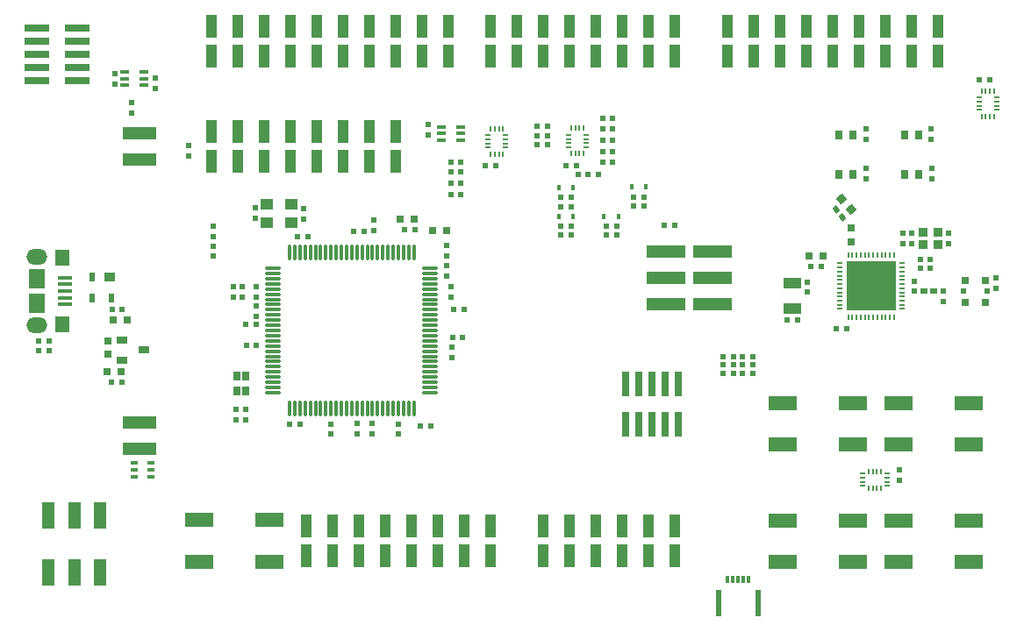
<source format=gtp>
G04 Layer_Color=8421504*
%FSLAX24Y24*%
%MOIN*%
G70*
G01*
G75*
%ADD18R,0.0236X0.1024*%
%ADD19R,0.0138X0.0315*%
%ADD20R,0.0197X0.0236*%
%ADD21R,0.0374X0.0335*%
%ADD22R,0.0157X0.0197*%
%ADD23R,0.0236X0.0217*%
%ADD26R,0.0236X0.0197*%
%ADD28R,0.0299X0.0945*%
%ADD29R,0.0402X0.0862*%
%ADD30O,0.0256X0.0079*%
%ADD31O,0.0079X0.0256*%
%ADD32R,0.1850X0.1850*%
%ADD33R,0.0217X0.0236*%
%ADD34R,0.0295X0.0315*%
%ADD36R,0.0256X0.0197*%
%ADD37R,0.0315X0.0295*%
G04:AMPARAMS|DCode=38|XSize=31.5mil|YSize=29.5mil|CornerRadius=0mil|HoleSize=0mil|Usage=FLASHONLY|Rotation=40.000|XOffset=0mil|YOffset=0mil|HoleType=Round|Shape=Rectangle|*
%AMROTATEDRECTD38*
4,1,4,-0.0026,-0.0214,-0.0216,0.0012,0.0026,0.0214,0.0216,-0.0012,-0.0026,-0.0214,0.0*
%
%ADD38ROTATEDRECTD38*%

G04:AMPARAMS|DCode=39|XSize=19.7mil|YSize=25.6mil|CornerRadius=0mil|HoleSize=0mil|Usage=FLASHONLY|Rotation=40.000|XOffset=0mil|YOffset=0mil|HoleType=Round|Shape=Rectangle|*
%AMROTATEDRECTD39*
4,1,4,0.0007,-0.0161,-0.0158,0.0035,-0.0007,0.0161,0.0158,-0.0035,0.0007,-0.0161,0.0*
%
%ADD39ROTATEDRECTD39*%

%ADD40R,0.0300X0.0320*%
%ADD41R,0.0532X0.0157*%
%ADD42R,0.0610X0.0748*%
%ADD43R,0.0551X0.0630*%
%ADD44R,0.0315X0.0295*%
%ADD45R,0.0228X0.0197*%
%ADD46R,0.1500X0.0500*%
%ADD47R,0.0354X0.0138*%
%ADD48R,0.1252X0.0500*%
%ADD49R,0.0400X0.0300*%
%ADD50R,0.1083X0.0551*%
%ADD51R,0.0256X0.0335*%
%ADD52R,0.0236X0.0335*%
%ADD53R,0.0394X0.0335*%
%ADD54R,0.0276X0.0118*%
%ADD55R,0.0472X0.0433*%
%ADD56O,0.0650X0.0118*%
%ADD57O,0.0118X0.0650*%
%ADD58R,0.0945X0.0299*%
%ADD59R,0.0472X0.0984*%
%ADD60R,0.0709X0.0394*%
%ADD91O,0.0787X0.0591*%
%ADD92O,0.0071X0.0240*%
%ADD93O,0.0240X0.0071*%
D18*
X28152Y614D02*
D03*
X26656D02*
D03*
D19*
X27601Y1520D02*
D03*
X27404D02*
D03*
X27207D02*
D03*
X27010D02*
D03*
X27797D02*
D03*
D20*
X33675Y14295D02*
D03*
Y14688D02*
D03*
X9096Y11933D02*
D03*
Y11539D02*
D03*
X35200Y12483D02*
D03*
Y12089D02*
D03*
X10886Y15633D02*
D03*
Y15239D02*
D03*
X16516Y9959D02*
D03*
Y10353D02*
D03*
X16486Y12663D02*
D03*
Y12269D02*
D03*
X16336Y13069D02*
D03*
Y13463D02*
D03*
X9066Y15663D02*
D03*
Y15269D02*
D03*
X34105Y12878D02*
D03*
Y12485D02*
D03*
X35405Y14688D02*
D03*
Y14295D02*
D03*
X30016Y12452D02*
D03*
Y12845D02*
D03*
X37189Y12998D02*
D03*
Y12605D02*
D03*
X8226Y12653D02*
D03*
Y12259D02*
D03*
X9096Y12653D02*
D03*
Y12259D02*
D03*
X11936Y7443D02*
D03*
Y7049D02*
D03*
X14500Y7443D02*
D03*
Y7049D02*
D03*
X34005Y14295D02*
D03*
Y14688D02*
D03*
X33527Y5293D02*
D03*
Y5687D02*
D03*
X13556Y14809D02*
D03*
Y15203D02*
D03*
D21*
X34990Y14265D02*
D03*
Y14718D02*
D03*
X34419D02*
D03*
Y14265D02*
D03*
D22*
X23357Y16450D02*
D03*
X23909D02*
D03*
X22307Y15328D02*
D03*
X22859D02*
D03*
X20587D02*
D03*
X21139D02*
D03*
X20587Y16418D02*
D03*
X21138D02*
D03*
D23*
X27225Y9986D02*
D03*
X26832D02*
D03*
X27572D02*
D03*
X27965D02*
D03*
X27572Y9686D02*
D03*
X27965D02*
D03*
X27225D02*
D03*
X26832D02*
D03*
X19769Y18758D02*
D03*
X20163D02*
D03*
X19769Y18408D02*
D03*
X20163D02*
D03*
X21710Y16938D02*
D03*
X22104D02*
D03*
X21316D02*
D03*
X21710D02*
D03*
X23838Y16077D02*
D03*
X23444D02*
D03*
X22780Y14965D02*
D03*
X22386D02*
D03*
X21048Y14958D02*
D03*
X20654D02*
D03*
X22253Y19066D02*
D03*
X22646D02*
D03*
X22253Y18646D02*
D03*
X22646D02*
D03*
X22253Y18226D02*
D03*
X22646D02*
D03*
X22253Y17386D02*
D03*
X22646D02*
D03*
X21057Y16048D02*
D03*
X20663D02*
D03*
X22253Y17806D02*
D03*
X22646D02*
D03*
X15727Y7366D02*
D03*
X15333D02*
D03*
X16589Y11796D02*
D03*
X16983D02*
D03*
X16875Y16596D02*
D03*
X16482D02*
D03*
X16875Y17016D02*
D03*
X16482D02*
D03*
X16875Y16176D02*
D03*
X16482D02*
D03*
X16875Y17386D02*
D03*
X16482D02*
D03*
X1215Y10586D02*
D03*
X822D02*
D03*
X19769Y18058D02*
D03*
X20163D02*
D03*
X24593Y14990D02*
D03*
X24987D02*
D03*
D26*
X18190Y17258D02*
D03*
X17796D02*
D03*
X21267Y17278D02*
D03*
X20873D02*
D03*
X23838Y15737D02*
D03*
X23444D02*
D03*
X22386Y14625D02*
D03*
X22780D02*
D03*
X20654Y14618D02*
D03*
X21048D02*
D03*
X21057Y15708D02*
D03*
X20663D02*
D03*
X27573Y9350D02*
D03*
X27967D02*
D03*
X10679Y14576D02*
D03*
X11073D02*
D03*
X16549Y10736D02*
D03*
X16943D02*
D03*
X10359Y7436D02*
D03*
X10753D02*
D03*
X8719Y10416D02*
D03*
X9113D02*
D03*
X8689Y11216D02*
D03*
X9083D02*
D03*
X1215Y10236D02*
D03*
X822D02*
D03*
X31532Y11072D02*
D03*
X31138D02*
D03*
X29259Y11408D02*
D03*
X29653D02*
D03*
X12799Y14746D02*
D03*
X13193D02*
D03*
X3619Y11806D02*
D03*
X4013D02*
D03*
X14739Y14826D02*
D03*
X15133D02*
D03*
X3593Y9016D02*
D03*
X3987D02*
D03*
X30552Y13432D02*
D03*
X30158D02*
D03*
X34318Y13692D02*
D03*
X34711D02*
D03*
X34318Y13362D02*
D03*
X34711D02*
D03*
X26833Y9350D02*
D03*
X27227D02*
D03*
X36967Y20540D02*
D03*
X36573D02*
D03*
D28*
X23120Y8965D02*
D03*
X23620D02*
D03*
X24120D02*
D03*
X24620D02*
D03*
X25120D02*
D03*
X23120Y7430D02*
D03*
X23620D02*
D03*
X24120D02*
D03*
X24620D02*
D03*
X25120D02*
D03*
D29*
X7400Y17419D02*
D03*
Y18573D02*
D03*
X11400D02*
D03*
Y17419D02*
D03*
X12400Y18573D02*
D03*
Y17419D02*
D03*
X10400Y18573D02*
D03*
Y17419D02*
D03*
X9400Y18573D02*
D03*
Y17419D02*
D03*
X8400D02*
D03*
Y18573D02*
D03*
X14400Y17419D02*
D03*
Y18573D02*
D03*
X13400Y17419D02*
D03*
Y18573D02*
D03*
X27000Y21419D02*
D03*
Y22573D02*
D03*
X33000D02*
D03*
X29000D02*
D03*
X33000Y21419D02*
D03*
X29000D02*
D03*
X34000Y22573D02*
D03*
X35000D02*
D03*
X30000D02*
D03*
X31000D02*
D03*
X28000D02*
D03*
X34000Y21419D02*
D03*
X35000D02*
D03*
X30000Y21419D02*
D03*
X31000Y21419D02*
D03*
X28000D02*
D03*
X32000Y22573D02*
D03*
Y21419D02*
D03*
X22000Y21419D02*
D03*
Y22573D02*
D03*
X18000Y21419D02*
D03*
X21000D02*
D03*
X20000Y21419D02*
D03*
X25000Y21419D02*
D03*
X24000D02*
D03*
X18000Y22573D02*
D03*
X21000D02*
D03*
X20000D02*
D03*
X25000D02*
D03*
X24000D02*
D03*
X19000Y21419D02*
D03*
X23000D02*
D03*
X19000Y22573D02*
D03*
X23000D02*
D03*
X7400Y21419D02*
D03*
X13400D02*
D03*
X7400Y22573D02*
D03*
X13400D02*
D03*
X8400Y21419D02*
D03*
X9400Y21419D02*
D03*
X11400D02*
D03*
X12400D02*
D03*
X15400D02*
D03*
X16400D02*
D03*
X8400Y22573D02*
D03*
X9400D02*
D03*
X11400D02*
D03*
X12400D02*
D03*
X15400D02*
D03*
X16400D02*
D03*
X10400Y21419D02*
D03*
X14400Y21419D02*
D03*
X10400Y22573D02*
D03*
X14400D02*
D03*
X14000Y3573D02*
D03*
Y2419D02*
D03*
X18000Y3573D02*
D03*
X15000D02*
D03*
X16000Y3573D02*
D03*
X11000Y3573D02*
D03*
X12000D02*
D03*
X18000Y2419D02*
D03*
X15000D02*
D03*
X16000D02*
D03*
X11000D02*
D03*
X12000D02*
D03*
X17000Y3573D02*
D03*
X13000D02*
D03*
X17000Y2419D02*
D03*
X13000D02*
D03*
X22000Y2419D02*
D03*
Y3573D02*
D03*
X20000Y2419D02*
D03*
X21000D02*
D03*
X24000D02*
D03*
X25000D02*
D03*
X20000Y3573D02*
D03*
X21000D02*
D03*
X24000D02*
D03*
X25000D02*
D03*
X23000Y2419D02*
D03*
X23000Y3573D02*
D03*
D30*
X31264Y13548D02*
D03*
Y13390D02*
D03*
Y13233D02*
D03*
Y13075D02*
D03*
Y12918D02*
D03*
Y12760D02*
D03*
Y12603D02*
D03*
Y12445D02*
D03*
Y12288D02*
D03*
Y12130D02*
D03*
Y11973D02*
D03*
Y11815D02*
D03*
X33646D02*
D03*
Y11973D02*
D03*
Y12130D02*
D03*
Y12288D02*
D03*
Y12445D02*
D03*
Y12603D02*
D03*
Y12760D02*
D03*
Y12918D02*
D03*
Y13075D02*
D03*
Y13233D02*
D03*
Y13390D02*
D03*
Y13548D02*
D03*
D31*
X31589Y11491D02*
D03*
X31746D02*
D03*
X31903D02*
D03*
X32061D02*
D03*
X32218D02*
D03*
X32376D02*
D03*
X32533D02*
D03*
X32691D02*
D03*
X32848D02*
D03*
X33006D02*
D03*
X33163D02*
D03*
X33321D02*
D03*
Y13873D02*
D03*
X33163D02*
D03*
X33006D02*
D03*
X32848D02*
D03*
X32691D02*
D03*
X32533D02*
D03*
X32376D02*
D03*
X32218D02*
D03*
X32061D02*
D03*
X31903D02*
D03*
X31746D02*
D03*
X31589D02*
D03*
D32*
X32455Y12682D02*
D03*
D33*
X6520Y17619D02*
D03*
Y18013D02*
D03*
X16336Y13839D02*
D03*
Y14233D02*
D03*
X15630Y18823D02*
D03*
Y18429D02*
D03*
X5260Y20583D02*
D03*
Y20189D02*
D03*
X4360Y19259D02*
D03*
Y19653D02*
D03*
X32250Y18647D02*
D03*
Y18253D02*
D03*
X34740Y18647D02*
D03*
Y18253D02*
D03*
X34760Y17147D02*
D03*
Y16753D02*
D03*
X32250D02*
D03*
Y17147D02*
D03*
X3720Y20773D02*
D03*
Y20379D02*
D03*
X8329Y7983D02*
D03*
Y7589D02*
D03*
X8703Y7983D02*
D03*
Y7589D02*
D03*
X8576Y12653D02*
D03*
Y12259D02*
D03*
X12923Y7053D02*
D03*
Y7447D02*
D03*
X13513Y7053D02*
D03*
Y7447D02*
D03*
X7460Y14952D02*
D03*
Y14559D02*
D03*
X7460Y13816D02*
D03*
Y14210D02*
D03*
D34*
X15784Y14806D02*
D03*
X16316D02*
D03*
X14560Y15226D02*
D03*
X15092D02*
D03*
X4192Y11406D02*
D03*
X3660D02*
D03*
X3424Y9436D02*
D03*
X3956D02*
D03*
X30089Y13832D02*
D03*
X30620D02*
D03*
D36*
X34842Y12482D02*
D03*
X34468D02*
D03*
D37*
X31705Y14366D02*
D03*
Y14897D02*
D03*
X3470Y10080D02*
D03*
Y10612D02*
D03*
D38*
X31686Y15588D02*
D03*
X31344Y15995D02*
D03*
D39*
X31365Y15308D02*
D03*
X31125Y15595D02*
D03*
D40*
X31225Y18440D02*
D03*
X31775D02*
D03*
X33725D02*
D03*
X34275D02*
D03*
X31225Y16940D02*
D03*
X31775D02*
D03*
X33725D02*
D03*
X34275D02*
D03*
D41*
X1818Y12496D02*
D03*
Y12752D02*
D03*
Y13008D02*
D03*
Y12240D02*
D03*
Y11984D02*
D03*
D42*
X765Y12968D02*
D03*
Y12024D02*
D03*
D43*
X1730Y11236D02*
D03*
Y13756D02*
D03*
D44*
X36045Y12078D02*
D03*
Y12885D02*
D03*
X36793Y12078D02*
D03*
Y12885D02*
D03*
D45*
X35962Y12482D02*
D03*
X36875D02*
D03*
D46*
X26425Y11996D02*
D03*
X24675D02*
D03*
X26425Y12996D02*
D03*
X24675D02*
D03*
X26425Y13996D02*
D03*
X24675D02*
D03*
D47*
X16874Y18230D02*
D03*
Y18486D02*
D03*
Y18742D02*
D03*
X16126D02*
D03*
X16126Y18486D02*
D03*
X16126Y18230D02*
D03*
X4844Y20320D02*
D03*
Y20576D02*
D03*
Y20832D02*
D03*
X4096D02*
D03*
Y20576D02*
D03*
Y20320D02*
D03*
D48*
X4650Y17496D02*
D03*
Y18496D02*
D03*
Y7496D02*
D03*
Y6496D02*
D03*
D49*
X4000Y10626D02*
D03*
Y9878D02*
D03*
X4827Y10252D02*
D03*
D50*
X29091Y2199D02*
D03*
Y3774D02*
D03*
X31749Y2199D02*
D03*
Y3774D02*
D03*
X33491Y2199D02*
D03*
Y3774D02*
D03*
X36149Y2199D02*
D03*
Y3774D02*
D03*
X6941Y2209D02*
D03*
Y3783D02*
D03*
X9599Y2209D02*
D03*
Y3783D02*
D03*
X36149Y8244D02*
D03*
Y6669D02*
D03*
X33491Y8244D02*
D03*
Y6669D02*
D03*
X31749Y8244D02*
D03*
Y6669D02*
D03*
X29091Y8244D02*
D03*
Y6669D02*
D03*
D51*
X8349Y8701D02*
D03*
Y9271D02*
D03*
X8683Y8701D02*
D03*
Y9271D02*
D03*
D52*
X2852Y12222D02*
D03*
X3600D02*
D03*
X2852Y13030D02*
D03*
D53*
X3521D02*
D03*
D54*
X4450Y5436D02*
D03*
Y5948D02*
D03*
Y5692D02*
D03*
X5080Y5436D02*
D03*
Y5692D02*
D03*
Y5948D02*
D03*
D55*
X9506Y15105D02*
D03*
Y15807D02*
D03*
X10446Y15105D02*
D03*
Y15807D02*
D03*
D56*
X9744Y8634D02*
D03*
Y9027D02*
D03*
Y8831D02*
D03*
Y9421D02*
D03*
Y9224D02*
D03*
Y10012D02*
D03*
Y9815D02*
D03*
Y10209D02*
D03*
Y9618D02*
D03*
Y11193D02*
D03*
Y11587D02*
D03*
Y11390D02*
D03*
Y10602D02*
D03*
Y10405D02*
D03*
Y10996D02*
D03*
Y10799D02*
D03*
Y12768D02*
D03*
Y12571D02*
D03*
Y13161D02*
D03*
Y12965D02*
D03*
Y11980D02*
D03*
Y11783D02*
D03*
Y12374D02*
D03*
Y12177D02*
D03*
Y13358D02*
D03*
X15708Y8831D02*
D03*
Y8634D02*
D03*
Y9224D02*
D03*
Y9027D02*
D03*
Y9618D02*
D03*
Y9421D02*
D03*
Y9815D02*
D03*
Y10209D02*
D03*
Y10012D02*
D03*
Y10602D02*
D03*
Y10405D02*
D03*
Y11587D02*
D03*
Y11980D02*
D03*
Y11783D02*
D03*
Y10996D02*
D03*
Y10799D02*
D03*
Y11390D02*
D03*
Y11193D02*
D03*
Y13161D02*
D03*
Y12965D02*
D03*
Y13358D02*
D03*
Y12374D02*
D03*
Y12177D02*
D03*
Y12768D02*
D03*
Y12571D02*
D03*
D57*
X10364Y8014D02*
D03*
X10561D02*
D03*
X11151D02*
D03*
X11348D02*
D03*
X10758D02*
D03*
X10954D02*
D03*
X11939D02*
D03*
X12136D02*
D03*
X11545D02*
D03*
X11742D02*
D03*
X10954Y13978D02*
D03*
X11151D02*
D03*
X10364D02*
D03*
X10758D02*
D03*
X11348D02*
D03*
X11545D02*
D03*
X10561D02*
D03*
X12136D02*
D03*
X12332D02*
D03*
X11742D02*
D03*
X11939D02*
D03*
X14104Y8014D02*
D03*
X13710D02*
D03*
X13907D02*
D03*
X14695D02*
D03*
X14891D02*
D03*
X14301D02*
D03*
X14498D02*
D03*
X12726D02*
D03*
X12332D02*
D03*
X12529D02*
D03*
X13317D02*
D03*
X13513D02*
D03*
X12923D02*
D03*
X13120D02*
D03*
X15088D02*
D03*
X12529Y13978D02*
D03*
X12726D02*
D03*
X12923D02*
D03*
X13120D02*
D03*
X13317D02*
D03*
X13907D02*
D03*
X14104D02*
D03*
X13513D02*
D03*
X13710D02*
D03*
X14695D02*
D03*
X14891D02*
D03*
X14301D02*
D03*
X14498D02*
D03*
X15088D02*
D03*
D58*
X2298Y22506D02*
D03*
Y22006D02*
D03*
Y21506D02*
D03*
Y21006D02*
D03*
Y20506D02*
D03*
X762Y22506D02*
D03*
Y22006D02*
D03*
Y21506D02*
D03*
Y21006D02*
D03*
Y20506D02*
D03*
D59*
X3164Y1783D02*
D03*
X1196D02*
D03*
X2180D02*
D03*
Y3949D02*
D03*
X1196D02*
D03*
X3164D02*
D03*
D60*
X29456Y11826D02*
D03*
Y12811D02*
D03*
D91*
X765Y13795D02*
D03*
Y11197D02*
D03*
D92*
X36654Y20102D02*
D03*
X36811D02*
D03*
X36969D02*
D03*
X37126D02*
D03*
Y19138D02*
D03*
X36969D02*
D03*
X36811D02*
D03*
X36654D02*
D03*
X18472Y17705D02*
D03*
X18315D02*
D03*
X18157D02*
D03*
X18000D02*
D03*
Y18670D02*
D03*
X18157D02*
D03*
X18315D02*
D03*
X18472D02*
D03*
X21536Y17718D02*
D03*
X21378D02*
D03*
X21221D02*
D03*
X21063D02*
D03*
Y18682D02*
D03*
X21221D02*
D03*
X21378D02*
D03*
X21536D02*
D03*
X32833Y4995D02*
D03*
X32675D02*
D03*
X32518D02*
D03*
X32360D02*
D03*
Y5645D02*
D03*
X32518D02*
D03*
X32675D02*
D03*
X32833D02*
D03*
D93*
X37215Y19856D02*
D03*
Y19699D02*
D03*
Y19541D02*
D03*
Y19384D02*
D03*
X36565D02*
D03*
Y19541D02*
D03*
Y19699D02*
D03*
Y19856D02*
D03*
X17911Y17952D02*
D03*
Y18109D02*
D03*
Y18266D02*
D03*
Y18424D02*
D03*
X18561D02*
D03*
Y18266D02*
D03*
Y18109D02*
D03*
Y17952D02*
D03*
X20975Y17964D02*
D03*
Y18121D02*
D03*
Y18279D02*
D03*
Y18436D02*
D03*
X21624D02*
D03*
Y18279D02*
D03*
Y18121D02*
D03*
Y17964D02*
D03*
X33079Y5556D02*
D03*
Y5399D02*
D03*
Y5241D02*
D03*
Y5084D02*
D03*
X32114D02*
D03*
Y5241D02*
D03*
Y5399D02*
D03*
Y5556D02*
D03*
M02*

</source>
